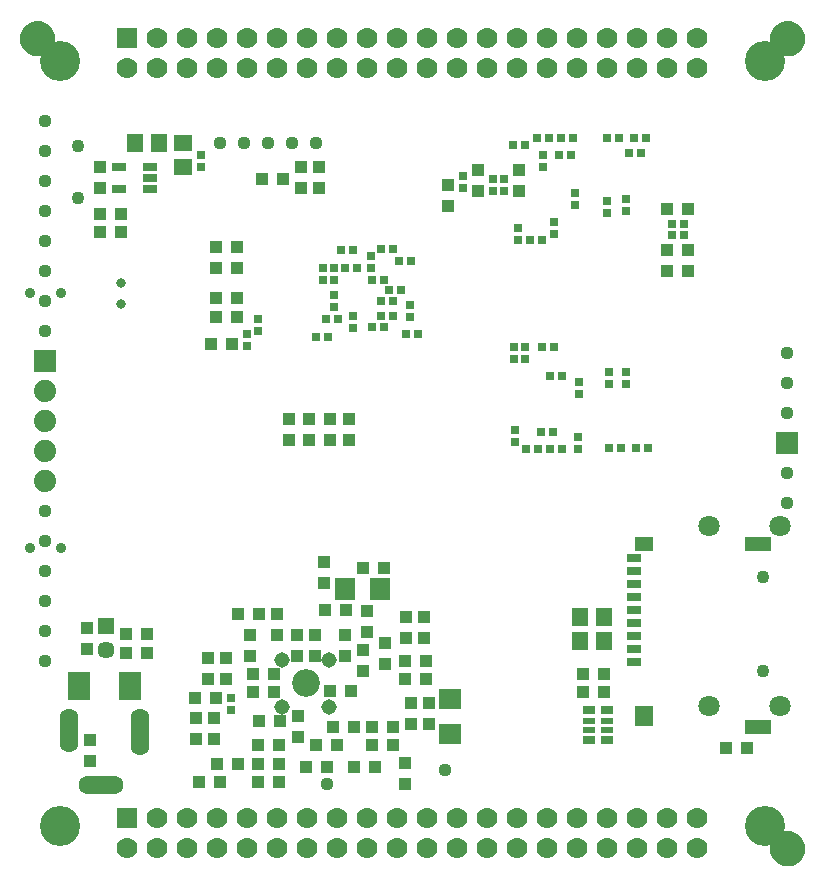
<source format=gbr>
G75*
G70*
%OFA0B0*%
%FSLAX24Y24*%
%IPPOS*%
%LPD*%
%AMOC8*
5,1,8,0,0,1.08239X$1,22.5*
%
%ADD10C,0.1339*%
%ADD11R,0.0270X0.0280*%
%ADD12R,0.0280X0.0270*%
%ADD13R,0.0440X0.0440*%
%ADD14R,0.0540X0.0640*%
%ADD15C,0.0434*%
%ADD16C,0.0500*%
%ADD17R,0.0440X0.0200*%
%ADD18R,0.0440X0.0300*%
%ADD19R,0.0700X0.0700*%
%ADD20C,0.0700*%
%ADD21C,0.0440*%
%ADD22C,0.0355*%
%ADD23R,0.0591X0.0512*%
%ADD24R,0.0591X0.0670*%
%ADD25R,0.0906X0.0512*%
%ADD26R,0.0472X0.0315*%
%ADD27R,0.0740X0.0940*%
%ADD28C,0.0926*%
%ADD29C,0.0515*%
%ADD30R,0.0690X0.0740*%
%ADD31R,0.0740X0.0740*%
%ADD32R,0.0512X0.0257*%
%ADD33R,0.0640X0.0540*%
%ADD34R,0.0571X0.0571*%
%ADD35C,0.0571*%
%ADD36C,0.0709*%
%ADD37C,0.0740*%
%ADD38C,0.0631*%
%ADD39C,0.0316*%
%ADD40R,0.0740X0.0690*%
D10*
X007408Y005402D03*
X030908Y005402D03*
X030908Y030902D03*
X007408Y030902D03*
D11*
X012108Y027752D03*
X012108Y027352D03*
X016178Y023998D03*
X016542Y023998D03*
X016542Y023598D03*
X016178Y023598D03*
X016552Y023093D03*
X016552Y022693D03*
X017182Y022384D03*
X017182Y021984D03*
X019071Y022378D03*
X019071Y022778D03*
X017772Y023992D03*
X017772Y024392D03*
X020858Y026652D03*
X020858Y027052D03*
X021858Y026952D03*
X022208Y026952D03*
X022208Y026552D03*
X021858Y026552D03*
X022694Y025337D03*
X022694Y024937D03*
X023875Y025134D03*
X023875Y025534D03*
X024588Y026112D03*
X024588Y026512D03*
X025646Y026242D03*
X025646Y025842D03*
X026276Y025882D03*
X026276Y026282D03*
X023520Y027378D03*
X023520Y027778D03*
X022908Y021352D03*
X022558Y021352D03*
X022558Y020952D03*
X022908Y020952D03*
X024718Y020182D03*
X024718Y019782D03*
X025708Y020132D03*
X025708Y020532D03*
X026298Y020532D03*
X026298Y020132D03*
X024689Y018349D03*
X024689Y017949D03*
X022575Y018204D03*
X022575Y018604D03*
X014008Y021902D03*
X013638Y021802D03*
X014008Y022302D03*
X013638Y021402D03*
X013108Y009652D03*
X013108Y009252D03*
D12*
X022966Y017971D03*
X023366Y017971D03*
X023753Y017971D03*
X024153Y017971D03*
X023838Y018523D03*
X023438Y018523D03*
X023753Y020412D03*
X024153Y020412D03*
X023900Y021357D03*
X023500Y021357D03*
X025722Y018011D03*
X026122Y018011D03*
X026627Y018011D03*
X027027Y018011D03*
X023484Y024940D03*
X023084Y024940D03*
X024068Y027774D03*
X024468Y027774D03*
X024508Y028326D03*
X024108Y028326D03*
X023720Y028326D03*
X023320Y028326D03*
X022933Y028089D03*
X022533Y028089D03*
X025643Y028326D03*
X026043Y028326D03*
X026549Y028326D03*
X026949Y028326D03*
X026791Y027814D03*
X026391Y027814D03*
X027808Y025452D03*
X027808Y025102D03*
X028208Y025102D03*
X028208Y025452D03*
X019350Y021790D03*
X018950Y021790D03*
X018523Y022381D03*
X018209Y022026D03*
X018123Y022381D03*
X017809Y022026D03*
X018123Y022893D03*
X018399Y023247D03*
X018523Y022893D03*
X018799Y023247D03*
X018209Y023601D03*
X017809Y023601D03*
X017303Y023995D03*
X016903Y023995D03*
X016785Y024586D03*
X017185Y024586D03*
X018133Y024625D03*
X018533Y024625D03*
X018708Y024242D03*
X019108Y024242D03*
X016673Y022302D03*
X016273Y022302D03*
X016358Y021711D03*
X015958Y021711D03*
D13*
X013308Y022352D03*
X013308Y023002D03*
X012608Y023002D03*
X012608Y022352D03*
X012458Y021452D03*
X013158Y021452D03*
X013308Y024002D03*
X012608Y024002D03*
X012608Y024702D03*
X013308Y024702D03*
X014158Y026952D03*
X014858Y026952D03*
X015458Y026652D03*
X016058Y026652D03*
X016058Y027352D03*
X015458Y027352D03*
X020358Y026752D03*
X020358Y026052D03*
X021358Y026552D03*
X021358Y027252D03*
X022708Y027252D03*
X022708Y026552D03*
X027658Y025952D03*
X028358Y025952D03*
X028358Y024602D03*
X028358Y023902D03*
X027658Y023902D03*
X027658Y024602D03*
X018208Y014002D03*
X017508Y014002D03*
X016208Y014202D03*
X016208Y013502D03*
X016258Y012602D03*
X016958Y012602D03*
X017658Y012552D03*
X017658Y011852D03*
X017508Y011252D03*
X017508Y010552D03*
X017108Y009902D03*
X016408Y009902D03*
X015908Y011052D03*
X015308Y011052D03*
X015308Y011752D03*
X015908Y011752D03*
X016908Y011752D03*
X016908Y011052D03*
X018258Y010802D03*
X018908Y010902D03*
X018908Y010302D03*
X019608Y010302D03*
X019608Y010902D03*
X019558Y011652D03*
X018958Y011652D03*
X018958Y012352D03*
X019558Y012352D03*
X018258Y011502D03*
X019108Y009502D03*
X019708Y009502D03*
X019708Y008802D03*
X019108Y008802D03*
X018508Y008702D03*
X018508Y008102D03*
X017808Y008102D03*
X017808Y008702D03*
X017208Y008702D03*
X016508Y008702D03*
X016658Y008102D03*
X015958Y008102D03*
X015358Y008352D03*
X015358Y009052D03*
X014758Y008902D03*
X014058Y008902D03*
X014008Y008102D03*
X014008Y007452D03*
X014008Y006852D03*
X014708Y006852D03*
X014708Y007452D03*
X014708Y008102D03*
X015608Y007352D03*
X016308Y007352D03*
X017208Y007352D03*
X017908Y007352D03*
X018908Y007502D03*
X018908Y006802D03*
X014558Y009852D03*
X014558Y010452D03*
X013858Y010452D03*
X013858Y009852D03*
X012958Y010302D03*
X012358Y010302D03*
X012608Y009652D03*
X012558Y009002D03*
X011958Y009002D03*
X011908Y009652D03*
X011958Y008302D03*
X012558Y008302D03*
X012658Y007452D03*
X012758Y006852D03*
X012058Y006852D03*
X013358Y007452D03*
X012958Y011002D03*
X012358Y011002D03*
X013758Y011052D03*
X013758Y011752D03*
X014058Y012452D03*
X014658Y012452D03*
X014658Y011752D03*
X013358Y012452D03*
X010308Y011802D03*
X010308Y011152D03*
X009608Y011152D03*
X009608Y011802D03*
X008308Y012002D03*
X008308Y011302D03*
X008408Y008252D03*
X008408Y007552D03*
X015058Y018252D03*
X015708Y018252D03*
X016408Y018252D03*
X017058Y018252D03*
X017058Y018952D03*
X016408Y018952D03*
X015708Y018952D03*
X015058Y018952D03*
X009458Y025202D03*
X009458Y025802D03*
X008758Y025802D03*
X008758Y025202D03*
X008758Y026652D03*
X008758Y027352D03*
X024858Y010452D03*
X024858Y009852D03*
X025558Y009852D03*
X025558Y010452D03*
X029608Y008002D03*
X030308Y008002D03*
D14*
X025558Y011552D03*
X024758Y011552D03*
X024758Y012352D03*
X025558Y012352D03*
X010708Y028152D03*
X009908Y028152D03*
D15*
X008008Y028069D03*
X008008Y026336D03*
X006658Y031652D03*
X030838Y013701D03*
X030838Y010552D03*
X031658Y004652D03*
X031658Y031652D03*
D16*
X031323Y031652D02*
X031325Y031689D01*
X031331Y031725D01*
X031341Y031761D01*
X031355Y031795D01*
X031373Y031827D01*
X031394Y031858D01*
X031418Y031886D01*
X031445Y031911D01*
X031475Y031932D01*
X031507Y031951D01*
X031541Y031966D01*
X031576Y031977D01*
X031612Y031984D01*
X031649Y031987D01*
X031686Y031986D01*
X031722Y031981D01*
X031758Y031972D01*
X031793Y031959D01*
X031825Y031942D01*
X031856Y031922D01*
X031885Y031898D01*
X031911Y031872D01*
X031933Y031843D01*
X031953Y031811D01*
X031968Y031778D01*
X031980Y031743D01*
X031988Y031707D01*
X031992Y031670D01*
X031992Y031634D01*
X031988Y031597D01*
X031980Y031561D01*
X031968Y031526D01*
X031953Y031493D01*
X031933Y031461D01*
X031911Y031432D01*
X031885Y031406D01*
X031856Y031382D01*
X031826Y031362D01*
X031793Y031345D01*
X031758Y031332D01*
X031722Y031323D01*
X031686Y031318D01*
X031649Y031317D01*
X031612Y031320D01*
X031576Y031327D01*
X031541Y031338D01*
X031507Y031353D01*
X031475Y031372D01*
X031445Y031393D01*
X031418Y031418D01*
X031394Y031446D01*
X031373Y031477D01*
X031355Y031509D01*
X031341Y031543D01*
X031331Y031579D01*
X031325Y031615D01*
X031323Y031652D01*
X006323Y031652D02*
X006325Y031689D01*
X006331Y031725D01*
X006341Y031761D01*
X006355Y031795D01*
X006373Y031827D01*
X006394Y031858D01*
X006418Y031886D01*
X006445Y031911D01*
X006475Y031932D01*
X006507Y031951D01*
X006541Y031966D01*
X006576Y031977D01*
X006612Y031984D01*
X006649Y031987D01*
X006686Y031986D01*
X006722Y031981D01*
X006758Y031972D01*
X006793Y031959D01*
X006825Y031942D01*
X006856Y031922D01*
X006885Y031898D01*
X006911Y031872D01*
X006933Y031843D01*
X006953Y031811D01*
X006968Y031778D01*
X006980Y031743D01*
X006988Y031707D01*
X006992Y031670D01*
X006992Y031634D01*
X006988Y031597D01*
X006980Y031561D01*
X006968Y031526D01*
X006953Y031493D01*
X006933Y031461D01*
X006911Y031432D01*
X006885Y031406D01*
X006856Y031382D01*
X006826Y031362D01*
X006793Y031345D01*
X006758Y031332D01*
X006722Y031323D01*
X006686Y031318D01*
X006649Y031317D01*
X006612Y031320D01*
X006576Y031327D01*
X006541Y031338D01*
X006507Y031353D01*
X006475Y031372D01*
X006445Y031393D01*
X006418Y031418D01*
X006394Y031446D01*
X006373Y031477D01*
X006355Y031509D01*
X006341Y031543D01*
X006331Y031579D01*
X006325Y031615D01*
X006323Y031652D01*
X031323Y004652D02*
X031325Y004689D01*
X031331Y004725D01*
X031341Y004761D01*
X031355Y004795D01*
X031373Y004827D01*
X031394Y004858D01*
X031418Y004886D01*
X031445Y004911D01*
X031475Y004932D01*
X031507Y004951D01*
X031541Y004966D01*
X031576Y004977D01*
X031612Y004984D01*
X031649Y004987D01*
X031686Y004986D01*
X031722Y004981D01*
X031758Y004972D01*
X031793Y004959D01*
X031825Y004942D01*
X031856Y004922D01*
X031885Y004898D01*
X031911Y004872D01*
X031933Y004843D01*
X031953Y004811D01*
X031968Y004778D01*
X031980Y004743D01*
X031988Y004707D01*
X031992Y004670D01*
X031992Y004634D01*
X031988Y004597D01*
X031980Y004561D01*
X031968Y004526D01*
X031953Y004493D01*
X031933Y004461D01*
X031911Y004432D01*
X031885Y004406D01*
X031856Y004382D01*
X031826Y004362D01*
X031793Y004345D01*
X031758Y004332D01*
X031722Y004323D01*
X031686Y004318D01*
X031649Y004317D01*
X031612Y004320D01*
X031576Y004327D01*
X031541Y004338D01*
X031507Y004353D01*
X031475Y004372D01*
X031445Y004393D01*
X031418Y004418D01*
X031394Y004446D01*
X031373Y004477D01*
X031355Y004509D01*
X031341Y004543D01*
X031331Y004579D01*
X031325Y004615D01*
X031323Y004652D01*
D17*
X025658Y008602D03*
X025658Y008902D03*
X025058Y008902D03*
X025058Y008602D03*
D18*
X025058Y008252D03*
X025658Y008252D03*
X025658Y009252D03*
X025058Y009252D03*
D19*
X009658Y005652D03*
X009658Y031652D03*
D20*
X009658Y030652D03*
X010658Y030652D03*
X011658Y030652D03*
X012658Y030652D03*
X013658Y030652D03*
X014658Y030652D03*
X015658Y030652D03*
X016658Y030652D03*
X017658Y030652D03*
X018658Y030652D03*
X019658Y030652D03*
X020658Y030652D03*
X021658Y030652D03*
X022658Y030652D03*
X023658Y030652D03*
X024658Y030652D03*
X025658Y030652D03*
X026658Y030652D03*
X027658Y030652D03*
X028658Y030652D03*
X028658Y031652D03*
X027658Y031652D03*
X026658Y031652D03*
X025658Y031652D03*
X024658Y031652D03*
X023658Y031652D03*
X022658Y031652D03*
X021658Y031652D03*
X020658Y031652D03*
X019658Y031652D03*
X018658Y031652D03*
X017658Y031652D03*
X016658Y031652D03*
X015658Y031652D03*
X014658Y031652D03*
X013658Y031652D03*
X012658Y031652D03*
X011658Y031652D03*
X010658Y031652D03*
X010658Y005652D03*
X010658Y004652D03*
X009658Y004652D03*
X011658Y004652D03*
X012658Y004652D03*
X013658Y004652D03*
X014658Y004652D03*
X015658Y004652D03*
X016658Y004652D03*
X017658Y004652D03*
X018658Y004652D03*
X019658Y004652D03*
X020658Y004652D03*
X021658Y004652D03*
X022658Y004652D03*
X023658Y004652D03*
X024658Y004652D03*
X025658Y004652D03*
X026658Y004652D03*
X027658Y004652D03*
X028658Y004652D03*
X028658Y005652D03*
X027658Y005652D03*
X026658Y005652D03*
X025658Y005652D03*
X024658Y005652D03*
X023658Y005652D03*
X022658Y005652D03*
X021658Y005652D03*
X020658Y005652D03*
X019658Y005652D03*
X018658Y005652D03*
X017658Y005652D03*
X016658Y005652D03*
X015658Y005652D03*
X014658Y005652D03*
X013658Y005652D03*
X012658Y005652D03*
X011658Y005652D03*
D21*
X016308Y006802D03*
X020258Y007252D03*
X031658Y016152D03*
X031658Y017152D03*
X031658Y019152D03*
X031658Y020152D03*
X031658Y021152D03*
X015958Y028152D03*
X015158Y028152D03*
X014358Y028152D03*
X013558Y028152D03*
X012758Y028152D03*
X006908Y027902D03*
X006908Y026902D03*
X006908Y025902D03*
X006908Y024902D03*
X006908Y023902D03*
X006908Y022902D03*
X006908Y021902D03*
X006908Y015902D03*
X006908Y014902D03*
X006908Y013902D03*
X006908Y012902D03*
X006908Y011902D03*
X006908Y010902D03*
X006908Y028902D03*
D22*
X006408Y023152D03*
X007458Y023152D03*
X007458Y014652D03*
X006408Y014652D03*
D23*
X026901Y014804D03*
D24*
X026901Y009056D03*
D25*
X030680Y008701D03*
X030680Y014804D03*
D26*
X026546Y014331D03*
X026546Y013898D03*
X026546Y013465D03*
X026546Y013032D03*
X026546Y012599D03*
X026546Y012166D03*
X026546Y011733D03*
X026546Y011300D03*
X026546Y010867D03*
D27*
X009765Y010052D03*
X008051Y010052D03*
D28*
X015608Y010152D03*
D29*
X014821Y009365D03*
X016396Y009365D03*
X016396Y010940D03*
X014821Y010940D03*
D30*
X016933Y013302D03*
X018083Y013302D03*
D31*
X006908Y020902D03*
X031658Y018152D03*
D32*
X010420Y026628D03*
X010420Y027002D03*
X010420Y027376D03*
X009396Y027376D03*
X009396Y026628D03*
D33*
X011508Y027352D03*
X011508Y028152D03*
D34*
X008958Y012046D03*
D35*
X008958Y011259D03*
D36*
X029046Y009402D03*
X031408Y009402D03*
X031408Y015402D03*
X029046Y015402D03*
D37*
X006908Y016902D03*
X006908Y017902D03*
X006908Y018902D03*
X006908Y019902D03*
D38*
X007719Y008995D03*
X007719Y008877D03*
X007719Y008759D03*
X007719Y008641D03*
X007719Y008523D03*
X007719Y008404D03*
X007719Y008286D03*
X007719Y008168D03*
X008368Y006771D03*
X008447Y006771D03*
X008565Y006771D03*
X008683Y006771D03*
X008801Y006771D03*
X008920Y006771D03*
X009038Y006771D03*
X009156Y006771D03*
X009234Y006771D03*
X010081Y008050D03*
X010081Y008168D03*
X010081Y008286D03*
X010081Y008404D03*
X010081Y008523D03*
X010081Y008641D03*
X010081Y008759D03*
X010081Y008877D03*
X010081Y008995D03*
D39*
X009458Y022798D03*
X009458Y023507D03*
D40*
X020408Y009627D03*
X020408Y008477D03*
M02*

</source>
